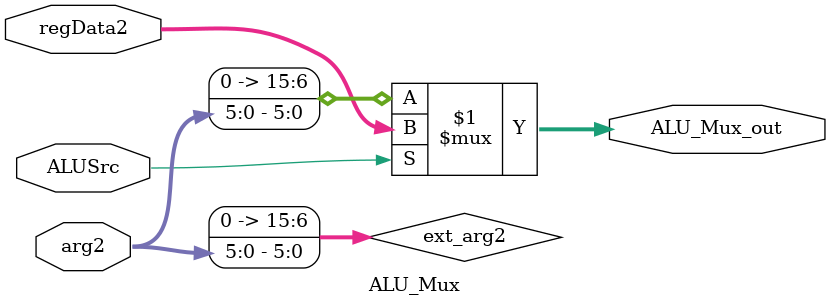
<source format=v>
module ALU_Mux(
    input  [15:0] regData2,
    input  [5:0] arg2,
    input  ALUSrc,
    output [15:0] ALU_Mux_out 
    );
    wire [15:0] ext_arg2;
    assign ext_arg2[5:0] = arg2;
    assign ext_arg2[15:6] = 10'b0;
    assign ALU_Mux_out = ALUSrc ? regData2 : ext_arg2;
endmodule

</source>
